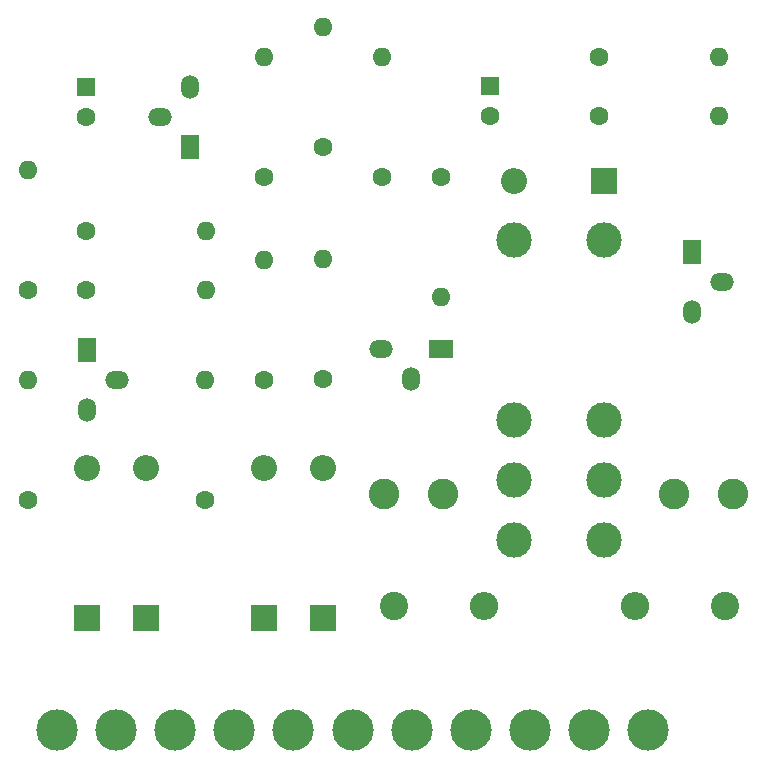
<source format=gbs>
G04 #@! TF.GenerationSoftware,KiCad,Pcbnew,(5.1.7)-1*
G04 #@! TF.CreationDate,2022-07-12T08:38:02+02:00*
G04 #@! TF.ProjectId,Relais-Modul,52656c61-6973-42d4-9d6f-64756c2e6b69,rev?*
G04 #@! TF.SameCoordinates,Original*
G04 #@! TF.FileFunction,Soldermask,Bot*
G04 #@! TF.FilePolarity,Negative*
%FSLAX46Y46*%
G04 Gerber Fmt 4.6, Leading zero omitted, Abs format (unit mm)*
G04 Created by KiCad (PCBNEW (5.1.7)-1) date 2022-07-12 08:38:02*
%MOMM*%
%LPD*%
G01*
G04 APERTURE LIST*
%ADD10C,3.500000*%
%ADD11C,2.400000*%
%ADD12O,2.400000X2.400000*%
%ADD13O,2.200000X2.200000*%
%ADD14R,2.200000X2.200000*%
%ADD15O,1.500000X2.000000*%
%ADD16R,1.500000X2.000000*%
%ADD17O,2.000000X1.500000*%
%ADD18R,2.000000X1.500000*%
%ADD19C,1.600000*%
%ADD20O,1.600000X1.600000*%
%ADD21C,2.600000*%
%ADD22R,1.600000X1.600000*%
%ADD23C,3.000000*%
G04 APERTURE END LIST*
D10*
X83250000Y-87000000D03*
X78250000Y-87000000D03*
X73250000Y-87000000D03*
X68250000Y-87000000D03*
X63250000Y-87000000D03*
X58250000Y-87000000D03*
X53250000Y-87000000D03*
X48250000Y-87000000D03*
X43250000Y-87000000D03*
X38250000Y-87000000D03*
X33250000Y-87000000D03*
D11*
X61750000Y-76500000D03*
D12*
X69370000Y-76500000D03*
D11*
X89750000Y-76500000D03*
D12*
X82130000Y-76500000D03*
D13*
X71880000Y-40500000D03*
D14*
X79500000Y-40500000D03*
D15*
X87000000Y-51580000D03*
D16*
X87000000Y-46500000D03*
D17*
X89540000Y-49040000D03*
D15*
X63210000Y-57290000D03*
D18*
X65750000Y-54750000D03*
D17*
X60670000Y-54750000D03*
X41960000Y-35080000D03*
D16*
X44500000Y-37620000D03*
D15*
X44500000Y-32540000D03*
D17*
X38290000Y-57340000D03*
D16*
X35750000Y-54800000D03*
D15*
X35750000Y-59880000D03*
D19*
X30750000Y-49750000D03*
D20*
X30750000Y-39590000D03*
D19*
X79090000Y-30000000D03*
D20*
X89250000Y-30000000D03*
D19*
X79090000Y-35000000D03*
D20*
X89250000Y-35000000D03*
D19*
X60750000Y-40160000D03*
D20*
X60750000Y-30000000D03*
D19*
X65750000Y-40160000D03*
D20*
X65750000Y-50320000D03*
D19*
X55750000Y-57250000D03*
D20*
X55750000Y-47090000D03*
D19*
X55750000Y-37660000D03*
D20*
X55750000Y-27500000D03*
D19*
X50750000Y-40160000D03*
D20*
X50750000Y-30000000D03*
D19*
X35670000Y-44750000D03*
D20*
X45830000Y-44750000D03*
D19*
X30750000Y-67500000D03*
D20*
X30750000Y-57340000D03*
D19*
X35670000Y-49750000D03*
D20*
X45830000Y-49750000D03*
D19*
X50750000Y-57340000D03*
D20*
X50750000Y-47180000D03*
D19*
X45750000Y-67500000D03*
D20*
X45750000Y-57340000D03*
D21*
X60880000Y-67000000D03*
X65880000Y-67000000D03*
X85500000Y-67000000D03*
X90500000Y-67000000D03*
D13*
X55750000Y-64800000D03*
D14*
X55750000Y-77500000D03*
D13*
X35750000Y-64800000D03*
D14*
X35750000Y-77500000D03*
D13*
X40750000Y-64800000D03*
D14*
X40750000Y-77500000D03*
D13*
X50750000Y-64800000D03*
D14*
X50750000Y-77500000D03*
D22*
X69920000Y-32500000D03*
D19*
X69920000Y-35000000D03*
D22*
X35670000Y-32580000D03*
D19*
X35670000Y-35080000D03*
D23*
X79500000Y-45500000D03*
X71880000Y-45500000D03*
X71880000Y-60740000D03*
X71880000Y-65820000D03*
X71880000Y-70900000D03*
X79500000Y-60740000D03*
X79500000Y-65820000D03*
X79500000Y-70900000D03*
M02*

</source>
